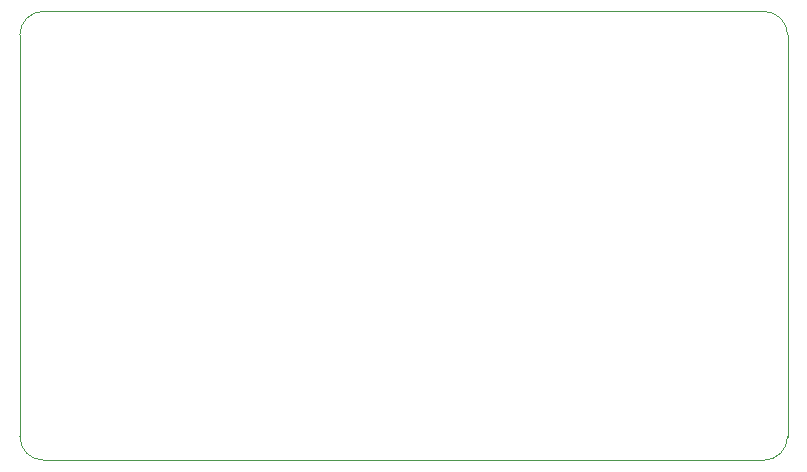
<source format=gbr>
%TF.GenerationSoftware,KiCad,Pcbnew,7.0.11*%
%TF.CreationDate,2024-11-27T22:18:04+00:00*%
%TF.ProjectId,project_x_pcb,70726f6a-6563-4745-9f78-5f7063622e6b,rev?*%
%TF.SameCoordinates,Original*%
%TF.FileFunction,Profile,NP*%
%FSLAX46Y46*%
G04 Gerber Fmt 4.6, Leading zero omitted, Abs format (unit mm)*
G04 Created by KiCad (PCBNEW 7.0.11) date 2024-11-27 22:18:04*
%MOMM*%
%LPD*%
G01*
G04 APERTURE LIST*
%TA.AperFunction,Profile*%
%ADD10C,0.100000*%
%TD*%
G04 APERTURE END LIST*
D10*
X64000000Y-88000000D02*
G75*
G03*
X66000000Y-90000000I2000000J0D01*
G01*
X129000000Y-54000000D02*
G75*
G03*
X127000000Y-52000000I-2000000J0D01*
G01*
X64000000Y-88000000D02*
X64000000Y-54000000D01*
X66000000Y-52000000D02*
G75*
G03*
X64000000Y-54000000I0J-2000000D01*
G01*
X129000000Y-54000000D02*
X129000000Y-88000000D01*
X127000000Y-90000000D02*
X66000000Y-90000000D01*
X127000000Y-90000000D02*
G75*
G03*
X129000000Y-88000000I0J2000000D01*
G01*
X66000000Y-52000000D02*
X127000000Y-52000000D01*
M02*

</source>
